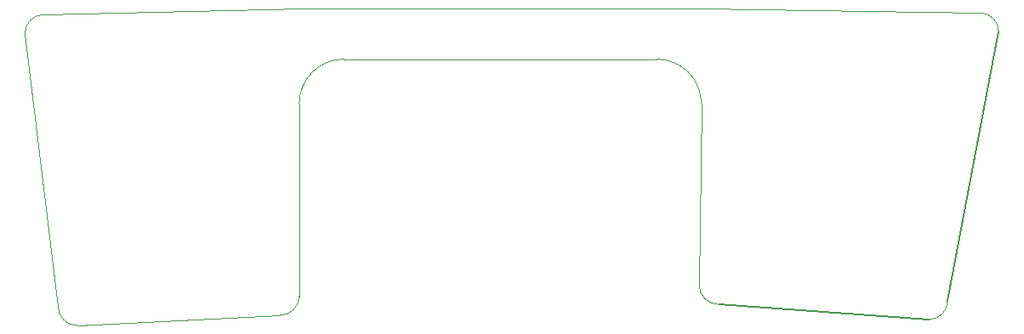
<source format=gbr>
%TF.GenerationSoftware,KiCad,Pcbnew,9.0.1*%
%TF.CreationDate,2025-06-09T02:25:26-04:00*%
%TF.ProjectId,Pneumatactors_1Xiao_3PiezoPumps_6Valves_Curved,506e6575-6d61-4746-9163-746f72735f31,rev?*%
%TF.SameCoordinates,Original*%
%TF.FileFunction,Profile,NP*%
%FSLAX46Y46*%
G04 Gerber Fmt 4.6, Leading zero omitted, Abs format (unit mm)*
G04 Created by KiCad (PCBNEW 9.0.1) date 2025-06-09 02:25:26*
%MOMM*%
%LPD*%
G01*
G04 APERTURE LIST*
%TA.AperFunction,Profile*%
%ADD10C,0.100000*%
%TD*%
%TA.AperFunction,Profile*%
%ADD11C,0.150000*%
%TD*%
G04 APERTURE END LIST*
D10*
X139065000Y-58420000D02*
G75*
G02*
X140970000Y-56515000I1905000J0D01*
G01*
X201961910Y-60960000D02*
G75*
G02*
X206406900Y-65405000I-10J-4445000D01*
G01*
D11*
X230935962Y-85013000D02*
X236015962Y-58243038D01*
X208103000Y-85393962D02*
X229031000Y-86917962D01*
D10*
X139065021Y-58428944D02*
X142367000Y-85598000D01*
X206406910Y-65405000D02*
X206198038Y-83489000D01*
X208103038Y-85393962D02*
G75*
G02*
X206198038Y-83488962I-38J1904962D01*
G01*
X166370000Y-65405000D02*
G75*
G02*
X170815000Y-60960000I4445000J0D01*
G01*
X144272000Y-87503000D02*
G75*
G02*
X142367000Y-85598000I0J1905000D01*
G01*
X166370000Y-84582000D02*
G75*
G02*
X164465000Y-86487000I-1905000J0D01*
G01*
X164465000Y-86487000D02*
X144272000Y-87503000D01*
X166370000Y-84582000D02*
X166370000Y-65405000D01*
X230935962Y-85012962D02*
G75*
G02*
X229030962Y-86917962I-1904962J-38D01*
G01*
X201961910Y-60960001D02*
X170815000Y-60960000D01*
X206502000Y-55880000D02*
X166624000Y-55880000D01*
X166624000Y-55880000D02*
X140970000Y-56515000D01*
X206502000Y-55880000D02*
X234111000Y-56338038D01*
X234110962Y-56338038D02*
G75*
G02*
X236015962Y-58243038I38J-1904962D01*
G01*
M02*

</source>
